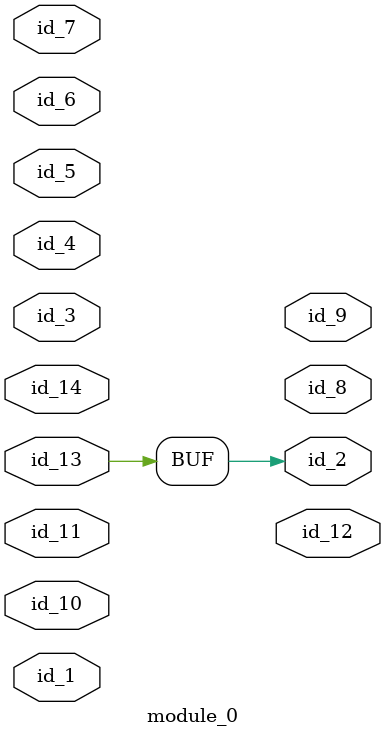
<source format=v>
module module_0 (
    id_1,
    id_2,
    id_3,
    id_4,
    id_5,
    id_6,
    id_7,
    id_8,
    id_9,
    id_10,
    id_11,
    id_12,
    id_13,
    id_14
);
  input id_14;
  input id_13;
  output id_12;
  input id_11;
  input id_10;
  output id_9;
  output id_8;
  input id_7;
  input id_6;
  input id_5;
  input id_4;
  input id_3;
  output id_2;
  input id_1;
  assign id_2[1'b0] = id_13;
endmodule

</source>
